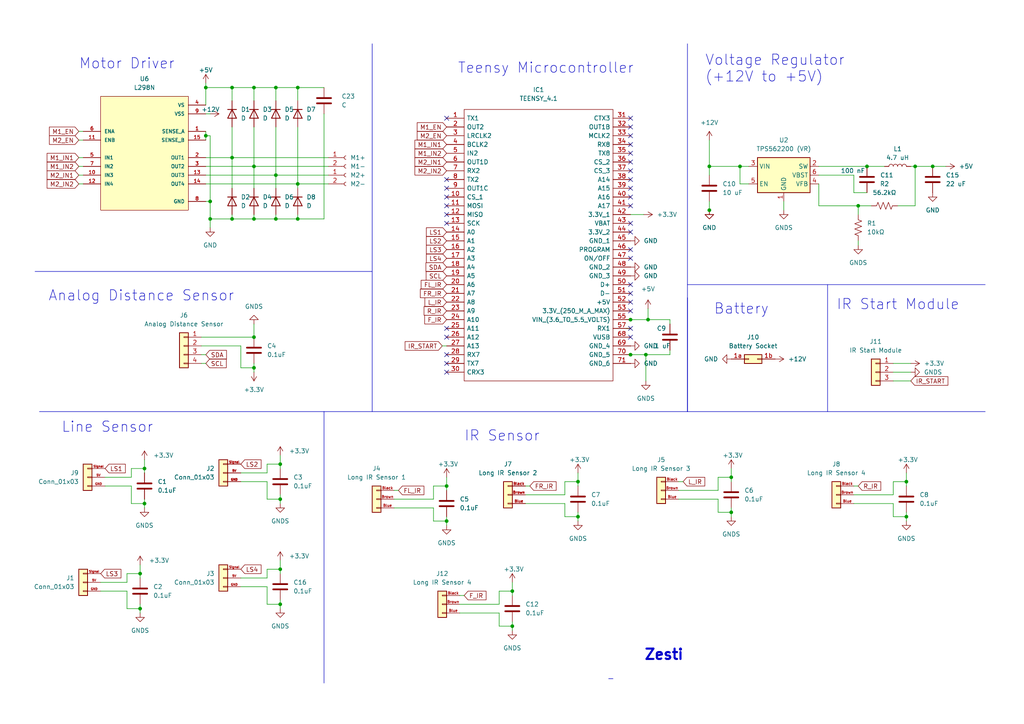
<source format=kicad_sch>
(kicad_sch (version 20231120) (generator "eeschema") (generator_version "8.0")
  (paper "A4")
  (lib_symbols
    (symbol "Conn_01x04_1" (pin_names (offset 1.016) hide)
      (property "Reference" "J4" (at 0 8.89 0))
      (property "Value" "Long IR Sensor 1" (at 0 6.35 0))
      (symbol "Conn_01x04_1_1_1"
        (pin passive line (at -5.08 2.54 0) (length 3.81) (name "") (number "Black"))
        (pin passive line (at -5.08 -2.54 0) (length 3.81) (name "Pin_3") (number "Blue"))
        (pin passive line (at -5.08 0 0) (length 3.81) (name "Pin_2") (number "Brown"))
      )
    )
    (symbol "Conn_01x04_2" (pin_names (offset 1.016) hide)
      (property "Reference" "J11" (at 0 8.89 0))
      (property "Value" "IR Start Module" (at 0 6.35 0))
      (symbol "Conn_01x04_2_1_1"
        (pin passive line (at -5.08 2.54 0) (length 3.81) (name "Pin_1") (number "1"))
        (pin passive line (at -5.08 0 0) (length 3.81) (name "Pin_2") (number "2"))
        (pin passive line (at -5.08 -2.54 0) (length 3.81) (name "Pin_3") (number "3"))
      )
    )
    (symbol "Connector:Conn_01x02_Socket" (pin_names (offset 1.016) hide)
      (property "Reference" "J" (at 0 2.54 0))
      (property "Value" "Conn_01x02_Socket" (at 0 -5.08 0))
      (symbol "Conn_01x02_Socket_1_1"
        (pin passive line (at -5.08 0 0) (length 3.81) (name "Pin_1") (number "1"))
        (pin passive line (at -5.08 -2.54 0) (length 3.81) (name "Pin_2") (number "2"))
      )
    )
    (symbol "Connector_Generic:Conn_01x03" (pin_names (offset 1.016) hide)
      (property "Reference" "J9" (at 0 -8.89 0))
      (property "Value" "Conn_01x03" (at 0 -6.35 0))
      (symbol "Conn_01x03_1_1"
        (pin passive line (at -5.08 0 0) (length 3.81) (name "Pin_2`") (number "5V"))
        (pin passive line (at -5.08 -2.54 0) (length 3.81) (name "Pin_3") (number "GND"))
        (pin passive line (at -5.08 2.54 0) (length 3.81) (name "Pin_1") (number "Signal"))
      )
    )
    (symbol "Connector_Generic:Conn_01x04" (pin_names (offset 1.016) hide)
      (property "Reference" "J" (at 0 5.08 0))
      (property "Value" "Conn_01x04" (at 0 -7.62 0))
      (symbol "Conn_01x04_1_1"
        (pin passive line (at -5.08 2.54 0) (length 3.81) (name "Pin_1") (number "1"))
        (pin passive line (at -5.08 0 0) (length 3.81) (name "Pin_2") (number "2"))
        (pin passive line (at -5.08 -2.54 0) (length 3.81) (name "Pin_3") (number "3"))
        (pin passive line (at -5.08 -5.08 0) (length 3.81) (name "Pin_4") (number "4"))
      )
    )
    (symbol "Connector_Generic:Conn_02x01_Row_Letter_Last" (pin_names (offset 1.016) hide)
      (property "Reference" "J" (at 1.27 2.54 0))
      (property "Value" "Conn_02x01_Row_Letter_Last" (at 1.27 -2.54 0))
      (symbol "Conn_02x01_Row_Letter_Last_1_1"
        (pin passive line (at -5.08 0 0) (length 3.81) (name "Pin_1a") (number "1a"))
        (pin passive line (at 7.62 0 180) (length 3.81) (name "Pin_1b") (number "1b"))
      )
    )
    (symbol "Device:C" (pin_numbers hide) (pin_names (offset 0.254))
      (property "Reference" "C" (at 0.635 2.54 0))
      (property "Value" "C" (at 0.635 -2.54 0))
      (symbol "C_1_1"
        (pin passive line (at 0 3.81 270) (length 2.794) (name "~") (number "1"))
        (pin passive line (at 0 -3.81 90) (length 2.794) (name "~") (number "2"))
      )
    )
    (symbol "Device:D" (pin_numbers hide) (pin_names (offset 1.016) hide)
      (property "Reference" "D" (at 0 2.54 0))
      (property "Value" "D" (at 0 -2.54 0))
      (symbol "D_1_1"
        (pin passive line (at -3.81 0 0) (length 2.54) (name "K") (number "1"))
        (pin passive line (at 3.81 0 180) (length 2.54) (name "A") (number "2"))
      )
    )
    (symbol "Device:L" (pin_numbers hide) (pin_names (offset 1.016) hide)
      (property "Reference" "L" (at -1.27 0 90))
      (property "Value" "L" (at 1.905 0 90))
      (symbol "L_1_1"
        (pin passive line (at 0 3.81 270) (length 1.27) (name "1") (number "1"))
        (pin passive line (at 0 -3.81 90) (length 1.27) (name "2") (number "2"))
      )
    )
    (symbol "Device:R_US" (pin_numbers hide) (pin_names (offset 0))
      (property "Reference" "R" (at 2.54 0 90))
      (property "Value" "R_US" (at -2.54 0 90))
      (symbol "R_US_1_1"
        (pin passive line (at 0 3.81 270) (length 1.27) (name "~") (number "1"))
        (pin passive line (at 0 -3.81 90) (length 1.27) (name "~") (number "2"))
      )
    )
    (symbol "GND_1" (power) (pin_numbers hide) (pin_names (offset 0) hide)
      (property "Value" "GND" (at 0 -3.81 0))
      (symbol "GND_1_1_1"
        (pin power_in line (at 0 0 270) (length 0) (name "~") (number "1"))
      )
    )
    (symbol "GND_2" (power) (pin_numbers hide) (pin_names (offset 0) hide)
      (property "Value" "GND" (at 0 -3.81 0))
      (symbol "GND_2_1_1"
        (pin power_in line (at 0 0 270) (length 0) (name "~") (number "1"))
      )
    )
    (symbol "GND_3" (power) (pin_numbers hide) (pin_names (offset 0) hide)
      (property "Value" "GND" (at 0 -3.81 0))
      (symbol "GND_3_1_1"
        (pin power_in line (at 0 0 270) (length 0) (name "~") (number "1"))
      )
    )
    (symbol "L298N:L298N" (pin_names (offset 1.016))
      (property "Reference" "U" (at -12.7 20.32 0))
      (property "Value" "L298N" (at -12.7 -20.32 0))
      (symbol "L298N_0_0"
        (pin passive line (at 17.78 7.62 180) (length 5.08) (name "SENSE_A") (number "1"))
        (pin input line (at -17.78 -5.08 0) (length 5.08) (name "IN3") (number "10"))
        (pin input line (at -17.78 5.08 0) (length 5.08) (name "ENB") (number "11"))
        (pin input line (at -17.78 -7.62 0) (length 5.08) (name "IN4") (number "12"))
        (pin output line (at 17.78 -5.08 180) (length 5.08) (name "OUT3") (number "13"))
        (pin output line (at 17.78 -7.62 180) (length 5.08) (name "OUT4") (number "14"))
        (pin passive line (at 17.78 5.08 180) (length 5.08) (name "SENSE_B") (number "15"))
        (pin output line (at 17.78 0 180) (length 5.08) (name "OUT1") (number "2"))
        (pin output line (at 17.78 -2.54 180) (length 5.08) (name "OUT2") (number "3"))
        (pin power_in line (at 17.78 15.24 180) (length 5.08) (name "VS") (number "4"))
        (pin input line (at -17.78 0 0) (length 5.08) (name "IN1") (number "5"))
        (pin input line (at -17.78 7.62 0) (length 5.08) (name "ENA") (number "6"))
        (pin input line (at -17.78 -2.54 0) (length 5.08) (name "IN2") (number "7"))
        (pin power_in line (at 17.78 -12.7 180) (length 5.08) (name "GND") (number "8"))
        (pin input line (at 17.78 12.7 180) (length 5.08) (name "VSS") (number "9"))
      )
    )
    (symbol "Regulator_Switching:TPS562200"
      (property "Reference" "U" (at -7.62 6.35 0))
      (property "Value" "TPS562200" (at -2.54 6.35 0))
      (symbol "TPS562200_1_1"
        (pin power_in line (at 0 -7.62 90) (length 2.54) (name "GND") (number "1"))
        (pin output line (at 10.16 2.54 180) (length 2.54) (name "SW") (number "2"))
        (pin power_in line (at -10.16 2.54 0) (length 2.54) (name "VIN") (number "3"))
        (pin input line (at 10.16 -2.54 180) (length 2.54) (name "VFB") (number "4"))
        (pin input line (at -10.16 -2.54 0) (length 2.54) (name "EN") (number "5"))
        (pin passive line (at 10.16 0 180) (length 2.54) (name "VBST") (number "6"))
      )
    )
    (symbol "TEENSY_4.1:TEENSY_4.1" (pin_names (offset 0.762))
      (property "Reference" "IC" (at 49.53 7.62 0))
      (property "Value" "TEENSY_4.1" (at 49.53 5.08 0))
      (symbol "TEENSY_4.1_0_0"
        (pin passive line (at 0 0 0) (length 5.08) (name "TX1") (number "1"))
        (pin passive line (at 0 -22.86 0) (length 5.08) (name "CS_1") (number "10"))
        (pin passive line (at 0 -25.4 0) (length 5.08) (name "MOSI") (number "11"))
        (pin passive line (at 0 -27.94 0) (length 5.08) (name "MISO") (number "12"))
        (pin passive line (at 0 -30.48 0) (length 5.08) (name "SCK") (number "13"))
        (pin passive line (at 0 -33.02 0) (length 5.08) (name "A0") (number "14"))
        (pin passive line (at 0 -35.56 0) (length 5.08) (name "A1") (number "15"))
        (pin passive line (at 0 -38.1 0) (length 5.08) (name "A2") (number "16"))
        (pin passive line (at 0 -40.64 0) (length 5.08) (name "A3") (number "17"))
        (pin passive line (at 0 -43.18 0) (length 5.08) (name "A4") (number "18"))
        (pin passive line (at 0 -45.72 0) (length 5.08) (name "A5") (number "19"))
        (pin passive line (at 0 -2.54 0) (length 5.08) (name "OUT2") (number "2"))
        (pin passive line (at 0 -48.26 0) (length 5.08) (name "A6") (number "20"))
        (pin passive line (at 0 -50.8 0) (length 5.08) (name "A7") (number "21"))
        (pin passive line (at 0 -53.34 0) (length 5.08) (name "A8") (number "22"))
        (pin passive line (at 0 -55.88 0) (length 5.08) (name "A9") (number "23"))
        (pin passive line (at 0 -58.42 0) (length 5.08) (name "A10") (number "24"))
        (pin passive line (at 0 -60.96 0) (length 5.08) (name "A11") (number "25"))
        (pin passive line (at 0 -63.5 0) (length 5.08) (name "A12") (number "26"))
        (pin passive line (at 0 -66.04 0) (length 5.08) (name "A13") (number "27"))
        (pin passive line (at 0 -68.58 0) (length 5.08) (name "RX7") (number "28"))
        (pin passive line (at 0 -71.12 0) (length 5.08) (name "TX7") (number "29"))
        (pin passive line (at 0 -5.08 0) (length 5.08) (name "LRCLK2") (number "3"))
        (pin passive line (at 0 -73.66 0) (length 5.08) (name "CRX3") (number "30"))
        (pin passive line (at 53.34 0 180) (length 5.08) (name "CTX3") (number "31"))
        (pin passive line (at 53.34 -2.54 180) (length 5.08) (name "OUT1B") (number "32"))
        (pin passive line (at 53.34 -5.08 180) (length 5.08) (name "MCLK2") (number "33"))
        (pin passive line (at 53.34 -7.62 180) (length 5.08) (name "RX8") (number "34"))
        (pin passive line (at 53.34 -10.16 180) (length 5.08) (name "TX8") (number "35"))
        (pin passive line (at 53.34 -12.7 180) (length 5.08) (name "CS_2") (number "36"))
        (pin passive line (at 53.34 -15.24 180) (length 5.08) (name "CS_3") (number "37"))
        (pin passive line (at 53.34 -17.78 180) (length 5.08) (name "A14") (number "38"))
        (pin passive line (at 53.34 -20.32 180) (length 5.08) (name "A15") (number "39"))
        (pin passive line (at 0 -7.62 0) (length 5.08) (name "BCLK2") (number "4"))
        (pin passive line (at 53.34 -22.86 180) (length 5.08) (name "A16") (number "40"))
        (pin passive line (at 53.34 -25.4 180) (length 5.08) (name "A17") (number "41"))
        (pin passive line (at 53.34 -27.94 180) (length 5.08) (name "3.3V_1") (number "42"))
        (pin passive line (at 53.34 -30.48 180) (length 5.08) (name "VBAT") (number "43"))
        (pin passive line (at 53.34 -33.02 180) (length 5.08) (name "3.3V_2") (number "44"))
        (pin passive line (at 53.34 -35.56 180) (length 5.08) (name "GND_1") (number "45"))
        (pin passive line (at 53.34 -38.1 180) (length 5.08) (name "PROGRAM") (number "46"))
        (pin passive line (at 53.34 -40.64 180) (length 5.08) (name "ON/OFF") (number "47"))
        (pin passive line (at 53.34 -43.18 180) (length 5.08) (name "GND_2") (number "48"))
        (pin passive line (at 53.34 -45.72 180) (length 5.08) (name "GND_3") (number "49"))
        (pin passive line (at 0 -10.16 0) (length 5.08) (name "IN2") (number "5"))
        (pin passive line (at 53.34 -48.26 180) (length 5.08) (name "D+") (number "50"))
        (pin passive line (at 53.34 -50.8 180) (length 5.08) (name "D-") (number "51"))
        (pin passive line (at 53.34 -53.34 180) (length 5.08) (name "+5V") (number "52"))
        (pin passive line (at 53.34 -55.88 180) (length 5.08) (name "3.3V_(250_M_A_MAX)") (number "53"))
        (pin passive line (at 53.34 -58.42 180) (length 5.08) (name "VIN_(3.6_TO_5.5_VOLTS)") (number "55"))
        (pin passive line (at 53.34 -60.96 180) (length 5.08) (name "RX1") (number "57"))
        (pin passive line (at 0 -12.7 0) (length 5.08) (name "OUT1D") (number "6"))
        (pin passive line (at 53.34 -63.5 180) (length 5.08) (name "VUSB") (number "68"))
        (pin passive line (at 53.34 -66.04 180) (length 5.08) (name "GND_4") (number "69"))
        (pin passive line (at 0 -15.24 0) (length 5.08) (name "RX2") (number "7"))
        (pin passive line (at 53.34 -68.58 180) (length 5.08) (name "GND_5") (number "70"))
        (pin passive line (at 53.34 -71.12 180) (length 5.08) (name "GND_6") (number "71"))
        (pin passive line (at 0 -17.78 0) (length 5.08) (name "TX2") (number "8"))
        (pin passive line (at 0 -20.32 0) (length 5.08) (name "OUT1C") (number "9"))
      )
    )
    (symbol "power:+12V" (power) (pin_names (offset 0))
      (property "Value" "+12V" (at 0 3.556 0))
      (symbol "+12V_1_1"
        (pin power_in line (at 0 0 90) (length 0) hide (name "+12V") (number "1"))
      )
    )
    (symbol "power:+5V" (power) (pin_names (offset 0))
      (property "Value" "+5V" (at 0 3.556 0))
      (symbol "+5V_1_1"
        (pin power_in line (at 0 0 90) (length 0) hide (name "+5V") (number "1"))
      )
    )
    (symbol "power:GND" (power) (pin_names (offset 0))
      (property "Value" "GND" (at 0 -3.81 0))
      (symbol "GND_1_1"
        (pin power_in line (at 0 0 270) (length 0) hide (name "GND") (number "1"))
      )
    )
    (symbol "power:GNDS" (power) (pin_names (offset 0))
      (property "Value" "GNDS" (at 0 -3.81 0))
      (symbol "GNDS_1_1"
        (pin power_in line (at 0 0 270) (length 0) hide (name "GNDS") (number "1"))
      )
    )
  )
  (junction (at 40.64 176.53))
  (junction (at 129.54 140.97))
  (junction (at 248.92 59.69))
  (junction (at 80.01 63.5))
  (junction (at 212.09 138.43))
  (junction (at 187.96 92.71))
  (junction (at 205.74 48.26))
  (junction (at 59.69 39.37))
  (junction (at 270.51 48.26))
  (junction (at 60.96 63.5))
  (junction (at 167.64 149.86))
  (junction (at 205.74 60.96))
  (junction (at 73.66 106.68))
  (junction (at 41.91 135.89))
  (junction (at 67.31 63.5))
  (junction (at 73.66 48.26))
  (junction (at 73.66 25.4))
  (junction (at 80.01 50.8))
  (junction (at 182.88 92.71))
  (junction (at 214.63 48.26))
  (junction (at 148.59 171.45))
  (junction (at 81.28 175.26))
  (junction (at 80.01 25.4))
  (junction (at 86.36 25.4))
  (junction (at 129.54 151.13))
  (junction (at 40.64 166.37))
  (junction (at 73.66 97.79))
  (junction (at 86.36 63.5))
  (junction (at 59.69 25.4))
  (junction (at 67.31 25.4))
  (junction (at 60.96 58.42))
  (junction (at 265.43 48.26))
  (junction (at 187.325 102.87))
  (junction (at 81.28 134.62))
  (junction (at 262.89 149.86))
  (junction (at 67.31 45.72))
  (junction (at 167.64 139.7))
  (junction (at 86.36 53.34))
  (junction (at 262.89 139.7))
  (junction (at 148.59 181.61))
  (junction (at 81.28 144.78))
  (junction (at 182.88 102.87))
  (junction (at 73.66 63.5))
  (junction (at 41.91 146.05))
  (junction (at 81.28 165.1))
  (junction (at 251.46 48.26))
  (junction (at 212.09 148.59))
  (no_connect (at 182.88 34.29))
  (no_connect (at 182.88 97.79))
  (no_connect (at 129.54 57.15))
  (no_connect (at 182.88 74.93))
  (no_connect (at 182.88 72.39))
  (no_connect (at 182.88 67.31))
  (no_connect (at 182.88 54.61))
  (no_connect (at 129.54 97.79))
  (no_connect (at 182.88 52.07))
  (no_connect (at 129.54 52.07))
  (no_connect (at 129.54 54.61))
  (no_connect (at 129.54 59.69))
  (no_connect (at 182.88 95.25))
  (no_connect (at 129.54 95.25))
  (no_connect (at 182.88 82.55))
  (no_connect (at 182.88 44.45))
  (no_connect (at 182.88 64.77))
  (no_connect (at 129.54 34.29))
  (no_connect (at 129.54 107.95))
  (no_connect (at 182.88 41.91))
  (no_connect (at 129.54 102.87))
  (no_connect (at 182.88 90.17))
  (no_connect (at 182.88 49.53))
  (no_connect (at 129.54 64.77))
  (no_connect (at 182.88 59.69))
  (no_connect (at 182.88 46.99))
  (no_connect (at 182.88 39.37))
  (no_connect (at 182.88 57.15))
  (no_connect (at 129.54 62.23))
  (no_connect (at 182.88 87.63))
  (no_connect (at 129.54 105.41))
  (no_connect (at 182.88 85.09))
  (no_connect (at 182.88 36.83))
  (wire (pts (xy 187.96 92.71) (xy 194.31 92.71)))
  (wire (pts (xy 73.66 25.4) (xy 73.66 29.21)))
  (wire (pts (xy 208.28 138.43) (xy 212.09 138.43)))
  (wire (pts (xy 38.1 140.97) (xy 38.1 146.05)))
  (wire (pts (xy 129.54 140.97) (xy 129.54 142.24)))
  (wire (pts (xy 77.47 139.7) (xy 77.47 144.78)))
  (wire (pts (xy 205.74 48.26) (xy 205.74 50.8)))
  (wire (pts (xy 212.09 138.43) (xy 212.09 139.7)))
  (polyline (pts (xy 199.39 12.7) (xy 199.39 119.38)))
  (wire (pts (xy 22.86 53.34) (xy 24.13 53.34)))
  (wire (pts (xy 148.59 171.45) (xy 148.59 172.72)))
  (wire (pts (xy 80.01 50.8) (xy 80.01 36.83)))
  (wire (pts (xy 237.49 59.69) (xy 248.92 59.69)))
  (wire (pts (xy 81.28 132.08) (xy 81.28 134.62)))
  (wire (pts (xy 86.36 25.4) (xy 80.01 25.4)))
  (wire (pts (xy 259.08 105.41) (xy 264.16 105.41)))
  (wire (pts (xy 59.69 48.26) (xy 73.66 48.26)))
  (wire (pts (xy 129.54 151.13) (xy 129.54 152.4)))
  (wire (pts (xy 265.43 48.26) (xy 270.51 48.26)))
  (polyline (pts (xy 107.95 12.7) (xy 107.95 119.38)))
  (wire (pts (xy 73.66 63.5) (xy 67.31 63.5)))
  (wire (pts (xy 59.69 25.4) (xy 59.69 30.48)))
  (wire (pts (xy 86.36 53.34) (xy 95.25 53.34)))
  (wire (pts (xy 247.65 55.88) (xy 251.46 55.88)))
  (wire (pts (xy 163.83 146.05) (xy 163.83 149.86)))
  (wire (pts (xy 194.31 101.6) (xy 194.31 102.87)))
  (wire (pts (xy 144.78 181.61) (xy 148.59 181.61)))
  (wire (pts (xy 59.69 24.13) (xy 59.69 25.4)))
  (wire (pts (xy 22.86 45.72) (xy 24.13 45.72)))
  (wire (pts (xy 67.31 45.72) (xy 67.31 36.83)))
  (wire (pts (xy 133.35 177.8) (xy 144.78 177.8)))
  (wire (pts (xy 22.86 40.64) (xy 24.13 40.64)))
  (wire (pts (xy 262.89 149.86) (xy 262.89 151.13)))
  (wire (pts (xy 196.85 144.78) (xy 208.28 144.78)))
  (wire (pts (xy 86.36 53.34) (xy 86.36 36.83)))
  (wire (pts (xy 167.64 139.7) (xy 167.64 140.97)))
  (wire (pts (xy 114.3 144.78) (xy 125.73 144.78)))
  (wire (pts (xy 259.08 149.86) (xy 262.89 149.86)))
  (wire (pts (xy 67.31 25.4) (xy 59.69 25.4)))
  (wire (pts (xy 247.65 143.51) (xy 259.08 143.51)))
  (wire (pts (xy 133.35 175.26) (xy 144.78 175.26)))
  (wire (pts (xy 262.89 148.59) (xy 262.89 149.86)))
  (wire (pts (xy 260.35 59.69) (xy 265.43 59.69)))
  (wire (pts (xy 29.21 168.91) (xy 36.83 168.91)))
  (wire (pts (xy 40.64 175.26) (xy 40.64 176.53)))
  (wire (pts (xy 217.17 53.34) (xy 214.63 53.34)))
  (wire (pts (xy 81.28 134.62) (xy 81.28 135.89)))
  (wire (pts (xy 22.86 50.8) (xy 24.13 50.8)))
  (wire (pts (xy 73.66 93.98) (xy 73.66 97.79)))
  (wire (pts (xy 148.59 180.34) (xy 148.59 181.61)))
  (wire (pts (xy 237.49 48.26) (xy 251.46 48.26)))
  (wire (pts (xy 77.47 134.62) (xy 81.28 134.62)))
  (wire (pts (xy 198.12 139.7) (xy 196.85 139.7)))
  (wire (pts (xy 73.66 105.41) (xy 73.66 106.68)))
  (wire (pts (xy 129.54 138.43) (xy 129.54 140.97)))
  (wire (pts (xy 41.91 133.35) (xy 41.91 135.89)))
  (wire (pts (xy 69.85 170.18) (xy 77.47 170.18)))
  (polyline (pts (xy 176.53 196.85) (xy 177.8 196.85)))
  (wire (pts (xy 81.28 143.51) (xy 81.28 144.78)))
  (wire (pts (xy 114.3 147.32) (xy 125.73 147.32)))
  (wire (pts (xy 22.86 48.26) (xy 24.13 48.26)))
  (wire (pts (xy 29.21 171.45) (xy 36.83 171.45)))
  (wire (pts (xy 128.27 100.33) (xy 129.54 100.33)))
  (wire (pts (xy 182.88 92.71) (xy 187.96 92.71)))
  (wire (pts (xy 153.67 140.97) (xy 152.4 140.97)))
  (wire (pts (xy 86.36 53.34) (xy 86.36 54.61)))
  (wire (pts (xy 36.83 176.53) (xy 40.64 176.53)))
  (wire (pts (xy 67.31 62.23) (xy 67.31 63.5)))
  (wire (pts (xy 86.36 63.5) (xy 80.01 63.5)))
  (wire (pts (xy 163.83 143.51) (xy 163.83 139.7)))
  (wire (pts (xy 36.83 166.37) (xy 40.64 166.37)))
  (wire (pts (xy 125.73 151.13) (xy 129.54 151.13)))
  (wire (pts (xy 73.66 25.4) (xy 67.31 25.4)))
  (wire (pts (xy 187.325 102.87) (xy 182.88 102.87)))
  (wire (pts (xy 212.09 147.32) (xy 212.09 148.59)))
  (wire (pts (xy 36.83 168.91) (xy 36.83 166.37)))
  (polyline (pts (xy 199.39 119.38) (xy 285.75 119.38)))
  (wire (pts (xy 30.48 140.97) (xy 38.1 140.97)))
  (wire (pts (xy 248.92 69.85) (xy 248.92 71.12)))
  (wire (pts (xy 227.33 58.42) (xy 227.33 60.96)))
  (wire (pts (xy 80.01 62.23) (xy 80.01 63.5)))
  (wire (pts (xy 212.09 135.89) (xy 212.09 138.43)))
  (wire (pts (xy 60.96 58.42) (xy 59.69 58.42)))
  (wire (pts (xy 77.47 165.1) (xy 81.28 165.1)))
  (wire (pts (xy 262.89 139.7) (xy 262.89 140.97)))
  (wire (pts (xy 30.48 138.43) (xy 38.1 138.43)))
  (wire (pts (xy 40.64 166.37) (xy 40.64 167.64)))
  (wire (pts (xy 86.36 62.23) (xy 86.36 63.5)))
  (wire (pts (xy 259.08 110.49) (xy 264.16 110.49)))
  (wire (pts (xy 59.69 53.34) (xy 86.36 53.34)))
  (wire (pts (xy 125.73 147.32) (xy 125.73 151.13)))
  (wire (pts (xy 144.78 171.45) (xy 148.59 171.45)))
  (wire (pts (xy 248.92 140.97) (xy 247.65 140.97)))
  (wire (pts (xy 259.08 107.95) (xy 264.16 107.95)))
  (wire (pts (xy 41.91 146.05) (xy 41.91 147.32)))
  (polyline (pts (xy 199.39 82.55) (xy 285.75 82.55)))
  (wire (pts (xy 80.01 25.4) (xy 80.01 29.21)))
  (wire (pts (xy 73.66 48.26) (xy 95.25 48.26)))
  (wire (pts (xy 187.325 102.87) (xy 187.325 110.49)))
  (wire (pts (xy 187.96 89.535) (xy 187.96 92.71)))
  (wire (pts (xy 181.61 102.87) (xy 182.88 102.87)))
  (wire (pts (xy 77.47 175.26) (xy 81.28 175.26)))
  (wire (pts (xy 247.65 146.05) (xy 259.08 146.05)))
  (wire (pts (xy 67.31 63.5) (xy 60.96 63.5)))
  (wire (pts (xy 59.69 39.37) (xy 59.69 40.64)))
  (wire (pts (xy 208.28 144.78) (xy 208.28 148.59)))
  (wire (pts (xy 194.31 92.71) (xy 194.31 93.98)))
  (wire (pts (xy 40.64 163.83) (xy 40.64 166.37)))
  (wire (pts (xy 125.73 140.97) (xy 129.54 140.97)))
  (wire (pts (xy 80.01 63.5) (xy 73.66 63.5)))
  (wire (pts (xy 196.85 142.24) (xy 208.28 142.24)))
  (wire (pts (xy 80.01 25.4) (xy 73.66 25.4)))
  (wire (pts (xy 38.1 138.43) (xy 38.1 135.89)))
  (wire (pts (xy 22.86 38.1) (xy 24.13 38.1)))
  (wire (pts (xy 77.47 137.16) (xy 77.47 134.62)))
  (wire (pts (xy 115.57 142.24) (xy 114.3 142.24)))
  (wire (pts (xy 80.01 50.8) (xy 95.25 50.8)))
  (wire (pts (xy 129.54 149.86) (xy 129.54 151.13)))
  (wire (pts (xy 208.28 148.59) (xy 212.09 148.59)))
  (wire (pts (xy 93.98 33.02) (xy 93.98 63.5)))
  (wire (pts (xy 81.28 144.78) (xy 81.28 146.05)))
  (wire (pts (xy 69.85 137.16) (xy 77.47 137.16)))
  (wire (pts (xy 205.74 48.26) (xy 214.63 48.26)))
  (wire (pts (xy 212.09 148.59) (xy 212.09 149.86)))
  (wire (pts (xy 59.69 38.1) (xy 59.69 39.37)))
  (wire (pts (xy 77.47 167.64) (xy 77.47 165.1)))
  (polyline (pts (xy 11.43 119.38) (xy 93.98 119.38)))
  (wire (pts (xy 93.98 63.5) (xy 86.36 63.5)))
  (wire (pts (xy 58.42 97.79) (xy 73.66 97.79)))
  (wire (pts (xy 208.28 142.24) (xy 208.28 138.43)))
  (wire (pts (xy 81.28 165.1) (xy 81.28 166.37)))
  (wire (pts (xy 81.28 162.56) (xy 81.28 165.1)))
  (wire (pts (xy 67.31 25.4) (xy 67.31 29.21)))
  (wire (pts (xy 58.42 105.41) (xy 59.69 105.41)))
  (wire (pts (xy 262.89 137.16) (xy 262.89 139.7)))
  (wire (pts (xy 163.83 149.86) (xy 167.64 149.86)))
  (wire (pts (xy 73.66 106.68) (xy 73.66 107.95)))
  (wire (pts (xy 93.98 25.4) (xy 86.36 25.4)))
  (wire (pts (xy 36.83 171.45) (xy 36.83 176.53)))
  (wire (pts (xy 270.51 48.26) (xy 274.32 48.26)))
  (wire (pts (xy 152.4 146.05) (xy 163.83 146.05)))
  (wire (pts (xy 69.85 106.68) (xy 73.66 106.68)))
  (wire (pts (xy 77.47 170.18) (xy 77.47 175.26)))
  (wire (pts (xy 259.08 146.05) (xy 259.08 149.86)))
  (wire (pts (xy 237.49 53.34) (xy 237.49 59.69)))
  (wire (pts (xy 163.83 139.7) (xy 167.64 139.7)))
  (wire (pts (xy 60.96 66.04) (xy 60.96 63.5)))
  (wire (pts (xy 69.85 139.7) (xy 77.47 139.7)))
  (wire (pts (xy 144.78 175.26) (xy 144.78 171.45)))
  (wire (pts (xy 205.74 40.64) (xy 205.74 48.26)))
  (wire (pts (xy 247.65 50.8) (xy 247.65 55.88)))
  (wire (pts (xy 58.42 100.33) (xy 69.85 100.33)))
  (wire (pts (xy 59.69 50.8) (xy 80.01 50.8)))
  (wire (pts (xy 40.64 176.53) (xy 40.64 177.8)))
  (wire (pts (xy 41.91 135.89) (xy 41.91 137.16)))
  (wire (pts (xy 265.43 48.26) (xy 265.43 59.69)))
  (wire (pts (xy 73.66 48.26) (xy 73.66 36.83)))
  (wire (pts (xy 38.1 146.05) (xy 41.91 146.05)))
  (wire (pts (xy 77.47 144.78) (xy 81.28 144.78)))
  (wire (pts (xy 60.96 33.02) (xy 59.69 33.02)))
  (wire (pts (xy 67.31 45.72) (xy 95.25 45.72)))
  (wire (pts (xy 259.08 143.51) (xy 259.08 139.7)))
  (wire (pts (xy 73.66 62.23) (xy 73.66 63.5)))
  (wire (pts (xy 194.31 102.87) (xy 187.325 102.87)))
  (wire (pts (xy 167.64 137.16) (xy 167.64 139.7)))
  (polyline (pts (xy 93.98 198.12) (xy 93.98 119.38)))
  (wire (pts (xy 264.16 48.26) (xy 265.43 48.26)))
  (wire (pts (xy 134.62 172.72) (xy 133.35 172.72)))
  (wire (pts (xy 81.28 173.99) (xy 81.28 175.26)))
  (wire (pts (xy 214.63 48.26) (xy 217.17 48.26)))
  (wire (pts (xy 73.66 48.26) (xy 73.66 54.61)))
  (wire (pts (xy 259.08 139.7) (xy 262.89 139.7)))
  (wire (pts (xy 248.92 59.69) (xy 248.92 62.23)))
  (wire (pts (xy 60.96 63.5) (xy 60.96 58.42)))
  (wire (pts (xy 167.64 149.86) (xy 167.64 151.13)))
  (wire (pts (xy 69.85 100.33) (xy 69.85 106.68)))
  (polyline (pts (xy 199.39 86.36) (xy 199.39 119.38)))
  (wire (pts (xy 152.4 143.51) (xy 163.83 143.51)))
  (wire (pts (xy 181.61 95.25) (xy 182.88 95.25)))
  (wire (pts (xy 59.69 39.37) (xy 60.96 39.37)))
  (polyline (pts (xy 10.16 78.74) (xy 107.95 78.74)))
  (wire (pts (xy 205.74 58.42) (xy 205.74 60.96)))
  (wire (pts (xy 59.69 45.72) (xy 67.31 45.72)))
  (wire (pts (xy 38.1 135.89) (xy 41.91 135.89)))
  (wire (pts (xy 86.36 25.4) (xy 86.36 29.21)))
  (wire (pts (xy 214.63 53.34) (xy 214.63 48.26)))
  (wire (pts (xy 144.78 177.8) (xy 144.78 181.61)))
  (wire (pts (xy 69.85 167.64) (xy 77.47 167.64)))
  (wire (pts (xy 41.91 144.78) (xy 41.91 146.05)))
  (wire (pts (xy 148.59 181.61) (xy 148.59 182.88)))
  (wire (pts (xy 80.01 50.8) (xy 80.01 54.61)))
  (wire (pts (xy 181.61 92.71) (xy 182.88 92.71)))
  (wire (pts (xy 60.96 39.37) (xy 60.96 58.42)))
  (wire (pts (xy 125.73 144.78) (xy 125.73 140.97)))
  (wire (pts (xy 248.92 59.69) (xy 252.73 59.69)))
  (wire (pts (xy 251.46 48.26) (xy 256.54 48.26)))
  (wire (pts (xy 58.42 102.87) (xy 59.69 102.87)))
  (wire (pts (xy 182.88 62.23) (xy 186.69 62.23)))
  (wire (pts (xy 167.64 148.59) (xy 167.64 149.86)))
  (wire (pts (xy 67.31 45.72) (xy 67.31 54.61)))
  (wire (pts (xy 81.28 175.26) (xy 81.28 176.53)))
  (wire (pts (xy 237.49 50.8) (xy 247.65 50.8)))
  (wire (pts (xy 148.59 168.91) (xy 148.59 171.45)))
  (polyline (pts (xy 93.98 119.38) (xy 199.39 119.38)))
  (polyline (pts (xy 240.03 119.38) (xy 240.03 82.55)))
  (text "Line Sensor\n" (at 17.78 125.73 0) (effects (font (size 3 3)) (justify left bottom)))
  (text "\n" (at 177.8 146.05 0) (effects (font (size 1.27 1.27) (thickness 0.254) (bold yes)) (justify left bottom)))
  (text "\n" (at 269.24 194.31 0) (effects (font (size 1.27 1.27) (bold yes)) (justify left bottom)))
  (text "Analog Distance Sensor\n" (at 13.97 87.63 0) (effects (font (size 3 3)) (justify left bottom)))
  (text "IR Start Module" (at 242.57 90.17 0) (effects (font (size 3 3)) (justify left bottom)))
  (text "IR Sensor" (at 134.62 128.27 0) (effects (font (size 3 3)) (justify left bottom)))
  (text "Battery" (at 207.01 91.44 0) (effects (font (size 3 3)) (justify left bottom)))
  (text "Motor Driver\n" (at 22.86 20.32 0) (effects (font (size 3 3)) (justify left bottom)))
  (text "Teensy Microcontroller" (at 132.715 21.59 0) (effects (font (size 3 3)) (justify left bottom)))
  (text "Voltage Regulator \n(+12V to +5V)" (at 204.47 24.13 0) (effects (font (size 3 3)) (justify left bottom)))
  (text "Zesti" (at 186.69 191.77 0) (effects (font (size 3 3) (thickness 0.6) (bold yes)) (justify left bottom)))
  (global_label "M1_IN1" (shape input) (at 129.54 41.91 180) (property "Intersheetrefs" "${INTERSHEET_REFS}" (effects (hide yes))))
  (global_label "SDA" (shape input) (at 129.54 77.47 180) (property "Intersheetrefs" "${INTERSHEET_REFS}" (effects (hide yes))))
  (global_label "LS4" (shape input) (at 129.54 74.93 180) (property "Intersheetrefs" "${INTERSHEET_REFS}" (effects (hide yes))))
  (global_label "R_IR" (shape input) (at 129.54 90.17 180) (property "Intersheetrefs" "${INTERSHEET_REFS}" (effects (hide yes))))
  (global_label "FL_IR" (shape input) (at 129.54 82.55 180) (property "Intersheetrefs" "${INTERSHEET_REFS}" (effects (hide yes))))
  (global_label "M1_IN1" (shape input) (at 22.86 45.72 180) (property "Intersheetrefs" "${INTERSHEET_REFS}" (effects (hide yes))))
  (global_label "M1_IN2" (shape input) (at 129.54 44.45 180) (property "Intersheetrefs" "${INTERSHEET_REFS}" (effects (hide yes))))
  (global_label "FR_IR" (shape input) (at 153.67 140.97 0) (property "Intersheetrefs" "${INTERSHEET_REFS}" (effects (hide yes))))
  (global_label "LS2" (shape input) (at 129.54 69.85 180) (property "Intersheetrefs" "${INTERSHEET_REFS}" (effects (hide yes))))
  (global_label "LS4" (shape input) (at 69.85 165.1 0) (property "Intersheetrefs" "${INTERSHEET_REFS}" (effects (hide yes))))
  (global_label "FR_IR" (shape input) (at 129.54 85.09 180) (property "Intersheetrefs" "${INTERSHEET_REFS}" (effects (hide yes))))
  (global_label "SDA" (shape input) (at 59.69 102.87 0) (property "Intersheetrefs" "${INTERSHEET_REFS}" (effects (hide yes))))
  (global_label "F_IR" (shape input) (at 134.62 172.72 0) (property "Intersheetrefs" "${INTERSHEET_REFS}" (effects (hide yes))))
  (global_label "SCL" (shape input) (at 129.54 80.01 180) (property "Intersheetrefs" "${INTERSHEET_REFS}" (effects (hide yes))))
  (global_label "L_IR" (shape input) (at 198.12 139.7 0) (property "Intersheetrefs" "${INTERSHEET_REFS}" (effects (hide yes))))
  (global_label "M2_IN2" (shape input) (at 129.54 49.53 180) (property "Intersheetrefs" "${INTERSHEET_REFS}" (effects (hide yes))))
  (global_label "FL_IR" (shape input) (at 115.57 142.24 0) (property "Intersheetrefs" "${INTERSHEET_REFS}" (effects (hide yes))))
  (global_label "M2_EN" (shape input) (at 129.54 39.37 180) (property "Intersheetrefs" "${INTERSHEET_REFS}" (effects (hide yes))))
  (global_label "LS1" (shape input) (at 30.48 135.89 0) (property "Intersheetrefs" "${INTERSHEET_REFS}" (effects (hide yes))))
  (global_label "L_IR" (shape input) (at 129.54 87.63 180) (property "Intersheetrefs" "${INTERSHEET_REFS}" (effects (hide yes))))
  (global_label "M2_IN1" (shape input) (at 129.54 46.99 180) (property "Intersheetrefs" "${INTERSHEET_REFS}" (effects (hide yes))))
  (global_label "M2_IN2" (shape input) (at 22.86 53.34 180) (property "Intersheetrefs" "${INTERSHEET_REFS}" (effects (hide yes))))
  (global_label "M2_EN" (shape input) (at 22.86 40.64 180) (property "Intersheetrefs" "${INTERSHEET_REFS}" (effects (hide yes))))
  (global_label "M2_IN1" (shape input) (at 22.86 50.8 180) (property "Intersheetrefs" "${INTERSHEET_REFS}" (effects (hide yes))))
  (global_label "M1_EN" (shape input) (at 22.86 38.1 180) (property "Intersheetrefs" "${INTERSHEET_REFS}" (effects (hide yes))))
  (global_label "LS2" (shape input) (at 69.85 134.62 0) (property "Intersheetrefs" "${INTERSHEET_REFS}" (effects (hide yes))))
  (global_label "LS3" (shape input) (at 29.21 166.37 0) (property "Intersheetrefs" "${INTERSHEET_REFS}" (effects (hide yes))))
  (global_label "M1_IN2" (shape input) (at 22.86 48.26 180) (property "Intersheetrefs" "${INTERSHEET_REFS}" (effects (hide yes))))
  (global_label "M1_EN" (shape input) (at 129.54 36.83 180) (property "Intersheetrefs" "${INTERSHEET_REFS}" (effects (hide yes))))
  (global_label "IR_START" (shape input) (at 264.16 110.49 0) (property "Intersheetrefs" "${INTERSHEET_REFS}" (effects (hide yes))))
  (global_label "R_IR" (shape input) (at 248.92 140.97 0) (property "Intersheetrefs" "${INTERSHEET_REFS}" (effects (hide yes))))
  (global_label "LS3" (shape input) (at 129.54 72.39 180) (property "Intersheetrefs" "${INTERSHEET_REFS}" (effects (hide yes))))
  (global_label "F_IR" (shape input) (at 129.54 92.71 180) (property "Intersheetrefs" "${INTERSHEET_REFS}" (effects (hide yes))))
  (global_label "IR_START" (shape input) (at 128.27 100.33 180) (property "Intersheetrefs" "${INTERSHEET_REFS}" (effects (hide yes))))
  (global_label "LS1" (shape input) (at 129.54 67.31 180) (property "Intersheetrefs" "${INTERSHEET_REFS}" (effects (hide yes))))
  (global_label "SCL" (shape input) (at 59.69 105.41 0) (property "Intersheetrefs" "${INTERSHEET_REFS}" (effects (hide yes))))
  (symbol (lib_id "Device:C") (at 81.28 170.18 0) (unit 1)
    (property "Reference" "C16" (at 85.09 168.91 0) (effects (justify left)))
    (property "Value" "0.1uF" (at 85.09 171.45 0) (effects (justify left)))
    (property "Footprint" "Capacitor_SMD:C_0201_0603Metric" (effects (hide yes)))
  )
  (symbol (lib_id "power:+5V") (at 274.32 48.26 270) (mirror x) (unit 1)
    (property "Reference" "#PWR031" (effects (hide yes)))
    (property "Value" "+5V" (at 278.13 48.26 90) (effects (justify left)))
  )
  (symbol (lib_name "GND_1") (lib_id "power:GND") (at 182.88 105.41 90) (unit 1)
    (property "Reference" "#PWR036" (effects (hide yes)))
    (property "Value" "GND" (at 186.69 105.4099 90) (effects (justify right)))
    (property "Description" "Power symbol creates a global label with name \"GND\" , ground" (effects (hide yes)))
  )
  (symbol (lib_id "TEENSY_4.1:TEENSY_4.1") (at 129.54 34.29 0) (unit 1)
    (property "Reference" "IC1" (at 156.21 26.035 0))
    (property "Value" "TEENSY_4.1" (at 156.21 28.575 0))
    (property "Footprint" "TEENSY41" (effects (hide yes)))
    (property "Datasheet" "https://www.pjrc.com/store/teensy41.html" (effects (hide yes)))
    (property "Description" "Teensy 4.1 Development Board" (effects (hide yes)))
    (property "Manufacturer_Name" "PJRC" (effects (hide yes)))
    (property "Manufacturer_Part_Number" "TEENSY 4.1" (effects (hide yes)))
  )
  (symbol (lib_id "power:+5V") (at 59.69 24.13 0) (unit 1)
    (property "Reference" "#PWR037" (effects (hide yes)))
    (property "Value" "+5V" (at 59.69 20.32 0))
  )
  (symbol (lib_id "Device:D") (at 80.01 58.42 270) (unit 1)
    (property "Reference" "D6" (at 82.55 57.15 90) (effects (justify left)))
    (property "Value" "D" (at 82.55 59.69 90) (effects (justify left)))
    (property "Description" "Diode" (effects (hide yes)))
    (property "Sim.Device" "D" (effects (hide yes)))
    (property "Sim.Pins" "1=K 2=A" (effects (hide yes)))
  )
  (symbol (lib_id "Device:C") (at 41.91 140.97 0) (unit 1)
    (property "Reference" "C1" (at 45.72 139.7 0) (effects (justify left)))
    (property "Value" "0.1uF" (at 45.72 142.24 0) (effects (justify left)))
    (property "Footprint" "Capacitor_SMD:C_0201_0603Metric" (effects (hide yes)))
  )
  (symbol (lib_id "Device:D") (at 86.36 58.42 270) (unit 1)
    (property "Reference" "D8" (at 88.9 57.15 90) (effects (justify left)))
    (property "Value" "D" (at 88.9 59.69 90) (effects (justify left)))
    (property "Description" "Diode" (effects (hide yes)))
    (property "Sim.Device" "D" (effects (hide yes)))
    (property "Sim.Pins" "1=K 2=A" (effects (hide yes)))
  )
  (symbol (lib_id "power:GNDS") (at 212.09 149.86 0) (unit 1)
    (property "Reference" "#PWR010" (effects (hide yes)))
    (property "Value" "GNDS" (at 212.09 154.94 0))
  )
  (symbol (lib_id "power:GNDS") (at 81.28 146.05 0) (unit 1)
    (property "Reference" "#PWR06" (effects (hide yes)))
    (property "Value" "GNDS" (at 81.28 151.13 0))
  )
  (symbol (lib_name "GND_1") (lib_id "power:GND") (at 182.88 80.01 90) (unit 1)
    (property "Reference" "#PWR034" (effects (hide yes)))
    (property "Value" "GND" (at 186.69 80.0099 90) (effects (justify right)))
    (property "Description" "Power symbol creates a global label with name \"GND\" , ground" (effects (hide yes)))
  )
  (symbol (lib_id "Device:C") (at 40.64 171.45 0) (unit 1)
    (property "Reference" "C2" (at 44.45 170.18 0) (effects (justify left)))
    (property "Value" "0.1uF" (at 44.45 172.72 0) (effects (justify left)))
    (property "Footprint" "Capacitor_SMD:C_0201_0603Metric" (effects (hide yes)))
  )
  (symbol (lib_id "power:+12V") (at 60.96 33.02 270) (unit 1)
    (property "Reference" "#PWR053" (effects (hide yes)))
    (property "Value" "+12V" (at 58.42 31.75 90) (effects (justify left)))
  )
  (symbol (lib_id "L298N:L298N") (at 41.91 45.72 0) (unit 1)
    (property "Reference" "U6" (at 41.91 22.86 0))
    (property "Value" "L298N" (at 41.91 25.4 0))
    (property "Footprint" "L298N:TO127P2020X500X2100-15" (effects (hide yes)))
    (property "MF" "STMicroelectronics" (effects (hide yes)))
    (property "MAXIMUM_PACKAGE_HEIGHT" "5.0mm" (effects (hide yes)))
    (property "Package" "Multiwatt-15 STMicroelectronics" (effects (hide yes)))
    (property "Price" "None" (effects (hide yes)))
    (property "Check_prices" "https://www.snapeda.com/parts/L298N/STMicroelectronics/view-part/?ref=eda" (effects (hide yes)))
    (property "STANDARD" "IPC-7351B" (effects (hide yes)))
    (property "SnapEDA_Link" "https://www.snapeda.com/parts/L298N/STMicroelectronics/view-part/?ref=snap" (effects (hide yes)))
    (property "MP" "L298N" (effects (hide yes)))
    (property "Description_1" "\n                        \n                            Half Bridge (4) Driver DC Motors, Relays, Solenoids, Stepper Motors Bipolar 15-Multiwatt\n                        \n" (effects (hide yes)))
    (property "Availability" "In Stock" (effects (hide yes)))
    (property "MANUFACTURER" "STMicroelectronics" (effects (hide yes)))
  )
  (symbol (lib_name "GND_2") (lib_id "power:GND") (at 270.51 55.88 0) (unit 1)
    (property "Reference" "#PWR040" (effects (hide yes)))
    (property "Value" "GND" (at 270.51 60.96 0))
    (property "Description" "Power symbol creates a global label with name \"GND\" , ground" (effects (hide yes)))
  )
  (symbol (lib_id "power:GNDS") (at 148.59 182.88 0) (unit 1)
    (property "Reference" "#PWR039" (effects (hide yes)))
    (property "Value" "GNDS" (at 148.59 187.96 0))
  )
  (symbol (lib_id "power:+12V") (at 224.79 104.14 270) (unit 1)
    (property "Reference" "#PWR025" (effects (hide yes)))
    (property "Value" "+12V" (at 228.6 104.14 90) (effects (justify left)))
  )
  (symbol (lib_id "Connector_Generic:Conn_01x03") (at 64.77 167.64 0) (mirror y) (unit 1)
    (property "Reference" "J3" (at 62.23 166.3699 0) (effects (justify left)))
    (property "Value" "Conn_01x03" (at 62.23 168.9099 0) (effects (justify left)))
    (property "Description" "Generic connector, single row, 01x03, script generated (kicad-library-utils/schlib/autogen/connector/)" (effects (hide yes)))
  )
  (symbol (lib_id "power:GND") (at 205.74 60.96 0) (unit 1)
    (property "Reference" "#PWR022" (effects (hide yes)))
    (property "Value" "GND" (effects (hide yes)))
  )
  (symbol (lib_name "GND_3") (lib_id "power:GND") (at 60.96 66.04 0) (unit 1)
    (property "Reference" "#PWR028" (effects (hide yes)))
    (property "Value" "GND" (at 60.96 71.12 0))
    (property "Description" "Power symbol creates a global label with name \"GND\" , ground" (effects (hide yes)))
  )
  (symbol (lib_name "GND_1") (lib_id "power:GND") (at 182.88 69.85 90) (unit 1)
    (property "Reference" "#PWR032" (effects (hide yes)))
    (property "Value" "GND" (at 186.69 69.8499 90) (effects (justify right)))
    (property "Description" "Power symbol creates a global label with name \"GND\" , ground" (effects (hide yes)))
  )
  (symbol (lib_id "power:GNDS") (at 227.33 60.96 0) (unit 1)
    (property "Reference" "#PWR026" (effects (hide yes)))
    (property "Value" "GNDS" (at 227.33 66.04 0))
  )
  (symbol (lib_id "Connector_Generic:Conn_01x04") (at 53.34 100.33 0) (mirror y) (unit 1)
    (property "Reference" "J6" (at 53.34 91.44 0))
    (property "Value" "Analog Distance Sensor" (at 53.34 93.98 0))
    (property "Footprint" "RoboJackets:JST_B4B-XH-A_LF__SN_" (effects (hide yes)))
  )
  (symbol (lib_id "Device:C") (at 148.59 176.53 0) (unit 1)
    (property "Reference" "C12" (at 152.4 175.26 0) (effects (justify left)))
    (property "Value" "0.1uF" (at 152.4 177.8 0) (effects (justify left)))
    (property "Footprint" "Capacitor_SMD:C_0201_0603Metric" (effects (hide yes)))
  )
  (symbol (lib_id "power:GNDS") (at 129.54 152.4 0) (unit 1)
    (property "Reference" "#PWR012" (effects (hide yes)))
    (property "Value" "GNDS" (at 129.54 157.48 0))
  )
  (symbol (lib_id "Device:D") (at 86.36 33.02 270) (unit 1)
    (property "Reference" "D7" (at 88.9 31.75 90) (effects (justify left)))
    (property "Value" "D" (at 88.9 34.29 90) (effects (justify left)))
    (property "Description" "Diode" (effects (hide yes)))
    (property "Sim.Device" "D" (effects (hide yes)))
    (property "Sim.Pins" "1=K 2=A" (effects (hide yes)))
  )
  (symbol (lib_name "Conn_01x04_2") (lib_id "Connector_Generic:Conn_01x04") (at 254 107.95 0) (mirror y) (unit 1)
    (property "Reference" "J11" (at 254 99.06 0))
    (property "Value" "IR Start Module" (at 254 101.6 0))
    (property "Footprint" "RoboJackets:TE_5-146280-3" (effects (hide yes)))
  )
  (symbol (lib_id "Connector_Generic:Conn_01x03") (at 25.4 138.43 0) (mirror y) (unit 1)
    (property "Reference" "J9" (at 22.86 137.1599 0) (effects (justify left)))
    (property "Value" "Conn_01x03" (at 22.86 139.6999 0) (effects (justify left)))
    (property "Description" "Generic connector, single row, 01x03, script generated (kicad-library-utils/schlib/autogen/connector/)" (effects (hide yes)))
  )
  (symbol (lib_id "power:GNDS") (at 262.89 151.13 0) (unit 1)
    (property "Reference" "#PWR016" (effects (hide yes)))
    (property "Value" "GNDS" (at 262.89 156.21 0))
  )
  (symbol (lib_id "Connector_Generic:Conn_01x03") (at 64.77 137.16 0) (mirror y) (unit 1)
    (property "Reference" "J2" (at 62.23 135.8899 0) (effects (justify left)))
    (property "Value" "Conn_01x03" (at 62.23 138.4299 0) (effects (justify left)))
    (property "Description" "Generic connector, single row, 01x03, script generated (kicad-library-utils/schlib/autogen/connector/)" (effects (hide yes)))
  )
  (symbol (lib_id "power:+5V") (at 262.89 137.16 0) (unit 1)
    (property "Reference" "#PWR015" (effects (hide yes)))
    (property "Value" "+3.3V" (at 260.35 133.35 0) (effects (justify left)))
  )
  (symbol (lib_id "Device:C") (at 73.66 101.6 0) (unit 1)
    (property "Reference" "C4" (at 77.47 100.33 0) (effects (justify left)))
    (property "Value" "0.1uF" (at 77.47 102.87 0) (effects (justify left)))
    (property "Footprint" "Capacitor_SMD:C_0201_0603Metric" (effects (hide yes)))
  )
  (symbol (lib_id "power:GNDS") (at 264.16 107.95 90) (unit 1)
    (property "Reference" "#PWR030" (effects (hide yes)))
    (property "Value" "GNDS" (at 267.97 107.95 90) (effects (justify right)))
  )
  (symbol (lib_id "power:GND") (at 212.09 104.14 270) (unit 1)
    (property "Reference" "#PWR024" (effects (hide yes)))
    (property "Value" "GND" (at 208.28 104.14 90) (effects (justify right)))
  )
  (symbol (lib_name "GND_1") (lib_id "power:GND") (at 182.88 77.47 90) (unit 1)
    (property "Reference" "#PWR033" (effects (hide yes)))
    (property "Value" "GND" (at 186.69 77.4699 90) (effects (justify right)))
    (property "Description" "Power symbol creates a global label with name \"GND\" , ground" (effects (hide yes)))
  )
  (symbol (lib_id "power:GNDS") (at 167.64 151.13 0) (unit 1)
    (property "Reference" "#PWR014" (effects (hide yes)))
    (property "Value" "GNDS" (at 167.64 156.21 0))
  )
  (symbol (lib_id "Device:R_US") (at 256.54 59.69 90) (unit 1)
    (property "Reference" "R2" (at 256.54 53.34 90))
    (property "Value" "56.2kΩ" (at 256.54 55.88 90))
    (property "Footprint" "RoboJackets:RESC1608X50N" (effects (hide yes)))
  )
  (symbol (lib_id "Device:C") (at 262.89 144.78 0) (unit 1)
    (property "Reference" "C8" (at 266.7 143.51 0) (effects (justify left)))
    (property "Value" "0.1uF" (at 266.7 146.05 0) (effects (justify left)))
    (property "Footprint" "Capacitor_SMD:C_0201_0603Metric" (effects (hide yes)))
  )
  (symbol (lib_id "Device:C") (at 251.46 52.07 0) (unit 1)
    (property "Reference" "C11" (at 255.27 50.8 0) (effects (justify left)))
    (property "Value" "100 nF" (at 243.84 49.53 0) (effects (justify left)))
    (property "Footprint" "Capacitor_SMD:C_0201_0603Metric" (effects (hide yes)))
  )
  (symbol (lib_id "Device:R_US") (at 248.92 66.04 0) (unit 1)
    (property "Reference" "R1" (at 251.46 64.7699 0) (effects (justify left)))
    (property "Value" "10kΩ" (at 251.46 67.3099 0) (effects (justify left)))
    (property "Footprint" "RoboJackets:robo" (effects (hide yes)))
  )
  (symbol (lib_id "Device:D") (at 67.31 58.42 270) (unit 1)
    (property "Reference" "D2" (at 69.85 57.15 90) (effects (justify left)))
    (property "Value" "D" (at 69.85 59.69 90) (effects (justify left)))
    (property "Description" "Diode" (effects (hide yes)))
    (property "Sim.Device" "D" (effects (hide yes)))
    (property "Sim.Pins" "1=K 2=A" (effects (hide yes)))
  )
  (symbol (lib_name "Conn_01x04_1") (lib_id "Connector_Generic:Conn_01x04") (at 128.27 175.26 0) (mirror y) (unit 1)
    (property "Reference" "J12" (at 128.27 166.37 0))
    (property "Value" "Long IR Sensor 4" (at 128.27 168.91 0))
  )
  (symbol (lib_id "Device:C") (at 81.28 139.7 0) (unit 1)
    (property "Reference" "C3" (at 85.09 138.43 0) (effects (justify left)))
    (property "Value" "0.1uF" (at 85.09 140.97 0) (effects (justify left)))
    (property "Footprint" "Capacitor_SMD:C_0201_0603Metric" (effects (hide yes)))
  )
  (symbol (lib_id "power:GNDS") (at 187.325 110.49 0) (unit 1)
    (property "Reference" "#PWR019" (effects (hide yes)))
    (property "Value" "GNDS" (at 187.325 115.57 0))
  )
  (symbol (lib_name "Conn_01x04_1") (lib_id "Connector_Generic:Conn_01x04") (at 109.22 144.78 0) (mirror y) (unit 1)
    (property "Reference" "J4" (at 109.22 135.89 0))
    (property "Value" "Long IR Sensor 1" (at 109.22 138.43 0))
  )
  (symbol (lib_id "power:+5V") (at 81.28 132.08 0) (unit 1)
    (property "Reference" "#PWR05" (effects (hide yes)))
    (property "Value" "+3.3V" (at 83.82 130.8099 0) (effects (justify left)))
  )
  (symbol (lib_id "power:GNDS") (at 41.91 147.32 0) (unit 1)
    (property "Reference" "#PWR02" (effects (hide yes)))
    (property "Value" "GNDS" (at 41.91 152.4 0))
  )
  (symbol (lib_id "power:+5V") (at 40.64 163.83 0) (unit 1)
    (property "Reference" "#PWR03" (effects (hide yes)))
    (property "Value" "+3.3V" (at 43.18 162.5599 0) (effects (justify left)))
  )
  (symbol (lib_id "power:+5V") (at 264.16 105.41 270) (mirror x) (unit 1)
    (property "Reference" "#PWR029" (effects (hide yes)))
    (property "Value" "+3.3V" (at 267.97 105.4099 90) (effects (justify left)))
  )
  (symbol (lib_id "power:GNDS") (at 248.92 71.12 0) (unit 1)
    (property "Reference" "#PWR027" (effects (hide yes)))
    (property "Value" "GNDS" (at 248.92 76.2 0))
  )
  (symbol (lib_id "power:+5V") (at 186.69 62.23 270) (mirror x) (unit 1)
    (property "Reference" "#PWR017" (effects (hide yes)))
    (property "Value" "+3.3V" (at 190.5 62.2299 90) (effects (justify left)))
  )
  (symbol (lib_id "Connector_Generic:Conn_02x01_Row_Letter_Last") (at 217.17 104.14 0) (unit 1)
    (property "Reference" "J10" (at 218.44 97.79 0))
    (property "Value" "Battery Socket" (at 218.44 100.33 0))
    (property "Footprint" "Connector_PinSocket_1.00mm:PinSocket_1x02_P1.00mm_Vertical_SMD_Pin1Left" (effects (hide yes)))
  )
  (symbol (lib_id "Connector:Conn_01x02_Socket") (at 100.33 45.72 0) (unit 1)
    (property "Reference" "M1+" (at 101.6 45.72 0) (effects (justify left)))
    (property "Value" "M1-" (at 101.6 48.26 0) (effects (justify left)))
  )
  (symbol (lib_id "Device:C") (at 270.51 52.07 0) (unit 1)
    (property "Reference" "C15" (at 274.32 50.8 0) (effects (justify left)))
    (property "Value" "22 uF" (at 274.32 53.34 0) (effects (justify left)))
    (property "Footprint" "Capacitor_SMD:C_0201_0603Metric" (effects (hide yes)))
  )
  (symbol (lib_id "Device:C") (at 93.98 29.21 180) (unit 1)
    (property "Reference" "C23" (at 99.06 27.9399 0) (effects (justify right)))
    (property "Value" "C" (at 99.06 30.4799 0) (effects (justify right)))
    (property "Description" "Unpolarized capacitor" (effects (hide yes)))
  )
  (symbol (lib_id "Device:D") (at 73.66 33.02 270) (unit 1)
    (property "Reference" "D3" (at 76.2 31.75 90) (effects (justify left)))
    (property "Value" "D" (at 76.2 34.29 90) (effects (justify left)))
    (property "Description" "Diode" (effects (hide yes)))
    (property "Sim.Device" "D" (effects (hide yes)))
    (property "Sim.Pins" "1=K 2=A" (effects (hide yes)))
  )
  (symbol (lib_name "GND_1") (lib_id "power:GND") (at 182.88 100.33 90) (unit 1)
    (property "Reference" "#PWR035" (effects (hide yes)))
    (property "Value" "GND" (at 186.69 100.3299 90) (effects (justify right)))
    (property "Description" "Power symbol creates a global label with name \"GND\" , ground" (effects (hide yes)))
  )
  (symbol (lib_id "Device:C") (at 167.64 144.78 0) (unit 1)
    (property "Reference" "C7" (at 171.45 143.51 0) (effects (justify left)))
    (property "Value" "0.1uF" (at 171.45 146.05 0) (effects (justify left)))
    (property "Footprint" "Capacitor_SMD:C_0201_0603Metric" (effects (hide yes)))
  )
  (symbol (lib_id "Connector:Conn_01x02_Socket") (at 100.33 50.8 0) (unit 1)
    (property "Reference" "M2+" (at 101.6 50.8 0) (effects (justify left)))
    (property "Value" "M2-" (at 101.6 53.34 0) (effects (justify left)))
  )
  (symbol (lib_id "Device:C") (at 129.54 146.05 0) (unit 1)
    (property "Reference" "C5" (at 133.35 144.78 0) (effects (justify left)))
    (property "Value" "0.1uF" (at 133.35 147.32 0) (effects (justify left)))
    (property "Footprint" "Capacitor_SMD:C_0201_0603Metric" (effects (hide yes)))
  )
  (symbol (lib_id "power:+12V") (at 205.74 40.64 0) (unit 1)
    (property "Reference" "#PWR021" (effects (hide yes)))
    (property "Value" "+12V" (at 205.74 35.56 0))
  )
  (symbol (lib_id "power:GNDS") (at 81.28 176.53 0) (unit 1)
    (property "Reference" "#PWR041" (effects (hide yes)))
    (property "Value" "GNDS" (at 81.28 181.61 0))
  )
  (symbol (lib_id "power:+5V") (at 167.64 137.16 0) (unit 1)
    (property "Reference" "#PWR013" (effects (hide yes)))
    (property "Value" "+3.3V" (at 165.1 133.35 0) (effects (justify left)))
  )
  (symbol (lib_id "power:+5V") (at 148.59 168.91 0) (unit 1)
    (property "Reference" "#PWR038" (effects (hide yes)))
    (property "Value" "+3.3V" (at 146.05 165.1 0) (effects (justify left)))
  )
  (symbol (lib_id "power:GNDS") (at 73.66 93.98 180) (unit 1)
    (property "Reference" "#PWR08" (effects (hide yes)))
    (property "Value" "GNDS" (at 73.66 88.9 0))
  )
  (symbol (lib_id "power:+5V") (at 81.28 162.56 0) (unit 1)
    (property "Reference" "#PWR018" (effects (hide yes)))
    (property "Value" "+3.3V" (at 83.82 161.2899 0) (effects (justify left)))
  )
  (symbol (lib_id "Device:C") (at 194.31 97.79 0) (unit 1)
    (property "Reference" "C9" (at 190.5 95.25 0) (effects (justify left)))
    (property "Value" ".1 uF" (at 189.23 100.33 0) (effects (justify left)))
    (property "Footprint" "Capacitor_SMD:C_0201_0603Metric" (effects (hide yes)))
  )
  (symbol (lib_id "Device:C") (at 212.09 143.51 0) (unit 1)
    (property "Reference" "C6" (at 215.9 142.24 0) (effects (justify left)))
    (property "Value" "0.1uF" (at 215.9 144.78 0) (effects (justify left)))
    (property "Footprint" "Capacitor_SMD:C_0201_0603Metric" (effects (hide yes)))
  )
  (symbol (lib_name "Conn_01x04_1") (lib_id "Connector_Generic:Conn_01x04") (at 191.77 142.24 0) (mirror y) (unit 1)
    (property "Reference" "J5" (at 191.77 133.35 0))
    (property "Value" "Long IR Sensor 3" (at 191.77 135.89 0))
  )
  (symbol (lib_name "Conn_01x04_1") (lib_id "Connector_Generic:Conn_01x04") (at 242.57 143.51 0) (mirror y) (unit 1)
    (property "Reference" "J8" (at 242.57 134.62 0))
    (property "Value" "Long IR Sensor 4" (at 242.57 137.16 0))
  )
  (symbol (lib_id "Connector_Generic:Conn_01x03") (at 24.13 168.91 0) (mirror y) (unit 1)
    (property "Reference" "J1" (at 21.59 167.6399 0) (effects (justify left)))
    (property "Value" "Conn_01x03" (at 21.59 170.1799 0) (effects (justify left)))
    (property "Description" "Generic connector, single row, 01x03, script generated (kicad-library-utils/schlib/autogen/connector/)" (effects (hide yes)))
  )
  (symbol (lib_id "Device:L") (at 260.35 48.26 90) (unit 1)
    (property "Reference" "L1" (at 260.35 43.18 90))
    (property "Value" "4.7 uH" (at 260.35 45.72 90))
    (property "Footprint" "RoboJackets:INDC2012X145N" (effects (hide yes)))
  )
  (symbol (lib_id "power:+5V") (at 187.96 89.535 0) (unit 1)
    (property "Reference" "#PWR020" (effects (hide yes)))
    (property "Value" "+5V" (at 187.96 83.82 0))
  )
  (symbol (lib_id "Regulator_Switching:TPS562200") (at 227.33 50.8 0) (unit 1)
    (property "Reference" "U2" (at 227.33 40.64 0))
    (property "Value" "TPS562200 (VR)" (at 227.33 43.18 0))
    (property "Footprint" "Package_TO_SOT_SMD:SOT-23-6" (effects (hide yes)))
    (property "Datasheet" "http://www.ti.com/lit/ds/symlink/tps563200.pdf" (effects (hide yes)))
  )
  (symbol (lib_id "power:+5V") (at 129.54 138.43 0) (unit 1)
    (property "Reference" "#PWR011" (effects (hide yes)))
    (property "Value" "+3.3V" (at 127 134.62 0) (effects (justify left)))
  )
  (symbol (lib_id "power:+5V") (at 212.09 135.89 0) (unit 1)
    (property "Reference" "#PWR09" (effects (hide yes)))
    (property "Value" "+3.3V" (at 209.55 132.08 0) (effects (justify left)))
  )
  (symbol (lib_id "Device:D") (at 67.31 33.02 270) (unit 1)
    (property "Reference" "D1" (at 69.85 31.75 90) (effects (justify left)))
    (property "Value" "D" (at 69.85 34.2899 90) (effects (justify left)))
    (property "Description" "Diode" (effects (hide yes)))
    (property "Sim.Device" "D" (effects (hide yes)))
    (property "Sim.Pins" "1=K 2=A" (effects (hide yes)))
  )
  (symbol (lib_id "Device:D") (at 80.01 33.02 270) (unit 1)
    (property "Reference" "D5" (at 82.55 31.75 90) (effects (justify left)))
    (property "Value" "D" (at 82.55 34.29 90) (effects (justify left)))
    (property "Description" "Diode" (effects (hide yes)))
    (property "Sim.Device" "D" (effects (hide yes)))
    (property "Sim.Pins" "1=K 2=A" (effects (hide yes)))
  )
  (symbol (lib_name "Conn_01x04_1") (lib_id "Connector_Generic:Conn_01x04") (at 147.32 143.51 0) (mirror y) (unit 1)
    (property "Reference" "J7" (at 147.32 134.62 0))
    (property "Value" "Long IR Sensor 2" (at 147.32 137.16 0))
  )
  (symbol (lib_id "power:GND") (at 205.74 60.96 0) (unit 1)
    (property "Reference" "#PWR023" (effects (hide yes)))
    (property "Value" "GND" (at 205.74 66.04 0))
  )
  (symbol (lib_id "power:+5V") (at 73.66 107.95 180) (unit 1)
    (property "Reference" "#PWR07" (effects (hide yes)))
    (property "Value" "+3.3V" (at 73.66 113.03 0))
  )
  (symbol (lib_id "power:GNDS") (at 40.64 177.8 0) (unit 1)
    (property "Reference" "#PWR04" (effects (hide yes)))
    (property "Value" "GNDS" (at 40.64 182.88 0))
  )
  (symbol (lib_id "power:+5V") (at 41.91 133.35 0) (unit 1)
    (property "Reference" "#PWR01" (effects (hide yes)))
    (property "Value" "+3.3V" (at 44.45 132.0799 0) (effects (justify left)))
  )
  (symbol (lib_id "Device:D") (at 73.66 58.42 270) (unit 1)
    (property "Reference" "D4" (at 76.2 57.15 90) (effects (justify left)))
    (property "Value" "D" (at 76.2 59.69 90) (effects (justify left)))
    (property "Description" "Diode" (effects (hide yes)))
    (property "Sim.Device" "D" (effects (hide yes)))
    (property "Sim.Pins" "1=K 2=A" (effects (hide yes)))
  )
  (symbol (lib_id "Device:C") (at 205.74 54.61 0) (unit 1)
    (property "Reference" "C10" (at 209.55 53.3399 0) (effects (justify left)))
    (property "Value" "10 uF" (at 209.55 55.8799 0) (effects (justify left)))
    (property "Footprint" "Capacitor_SMD:C_0201_0603Metric" (effects (hide yes)))
  )
)
</source>
